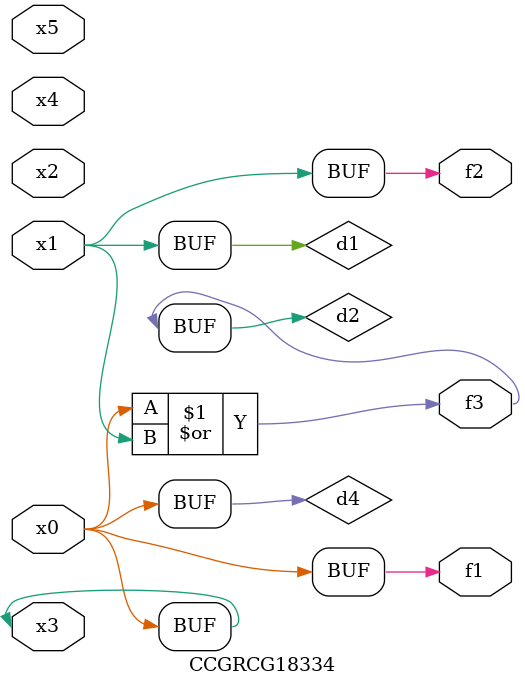
<source format=v>
module CCGRCG18334(
	input x0, x1, x2, x3, x4, x5,
	output f1, f2, f3
);

	wire d1, d2, d3, d4;

	and (d1, x1);
	or (d2, x0, x1);
	nand (d3, x0, x5);
	buf (d4, x0, x3);
	assign f1 = d4;
	assign f2 = d1;
	assign f3 = d2;
endmodule

</source>
